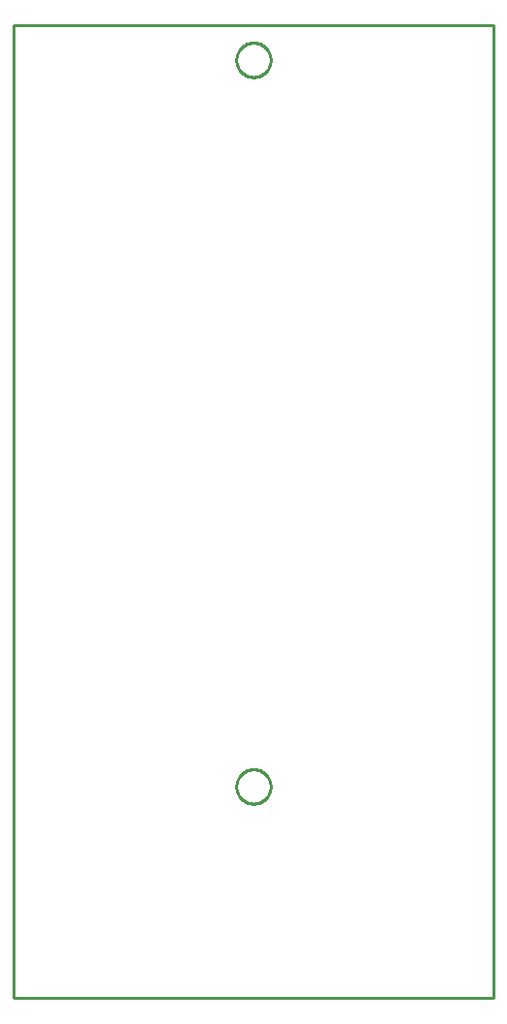
<source format=gbr>
G04 EAGLE Gerber RS-274X export*
G75*
%MOMM*%
%FSLAX34Y34*%
%LPD*%
%IN*%
%IPPOS*%
%AMOC8*
5,1,8,0,0,1.08239X$1,22.5*%
G01*
G04 Define Apertures*
%ADD10C,0.254000*%
D10*
X0Y0D02*
X420000Y0D01*
X420000Y850000D01*
X0Y850000D01*
X0Y0D01*
X225000Y819464D02*
X225000Y820536D01*
X224924Y821604D01*
X224771Y822665D01*
X224543Y823712D01*
X224241Y824740D01*
X223867Y825744D01*
X223422Y826719D01*
X222908Y827659D01*
X222329Y828560D01*
X221687Y829418D01*
X220985Y830228D01*
X220228Y830985D01*
X219418Y831687D01*
X218560Y832329D01*
X217659Y832908D01*
X216719Y833422D01*
X215744Y833867D01*
X214740Y834241D01*
X213712Y834543D01*
X212665Y834771D01*
X211604Y834924D01*
X210536Y835000D01*
X209464Y835000D01*
X208396Y834924D01*
X207335Y834771D01*
X206288Y834543D01*
X205260Y834241D01*
X204256Y833867D01*
X203281Y833422D01*
X202341Y832908D01*
X201440Y832329D01*
X200582Y831687D01*
X199772Y830985D01*
X199015Y830228D01*
X198313Y829418D01*
X197671Y828560D01*
X197092Y827659D01*
X196578Y826719D01*
X196133Y825744D01*
X195759Y824740D01*
X195457Y823712D01*
X195229Y822665D01*
X195076Y821604D01*
X195000Y820536D01*
X195000Y819464D01*
X195076Y818396D01*
X195229Y817335D01*
X195457Y816288D01*
X195759Y815260D01*
X196133Y814256D01*
X196578Y813281D01*
X197092Y812341D01*
X197671Y811440D01*
X198313Y810582D01*
X199015Y809772D01*
X199772Y809015D01*
X200582Y808313D01*
X201440Y807671D01*
X202341Y807092D01*
X203281Y806578D01*
X204256Y806133D01*
X205260Y805759D01*
X206288Y805457D01*
X207335Y805229D01*
X208396Y805076D01*
X209464Y805000D01*
X210536Y805000D01*
X211604Y805076D01*
X212665Y805229D01*
X213712Y805457D01*
X214740Y805759D01*
X215744Y806133D01*
X216719Y806578D01*
X217659Y807092D01*
X218560Y807671D01*
X219418Y808313D01*
X220228Y809015D01*
X220985Y809772D01*
X221687Y810582D01*
X222329Y811440D01*
X222908Y812341D01*
X223422Y813281D01*
X223867Y814256D01*
X224241Y815260D01*
X224543Y816288D01*
X224771Y817335D01*
X224924Y818396D01*
X225000Y819464D01*
X225000Y184464D02*
X225000Y185536D01*
X224924Y186604D01*
X224771Y187665D01*
X224543Y188712D01*
X224241Y189740D01*
X223867Y190744D01*
X223422Y191719D01*
X222908Y192659D01*
X222329Y193560D01*
X221687Y194418D01*
X220985Y195228D01*
X220228Y195985D01*
X219418Y196687D01*
X218560Y197329D01*
X217659Y197908D01*
X216719Y198422D01*
X215744Y198867D01*
X214740Y199241D01*
X213712Y199543D01*
X212665Y199771D01*
X211604Y199924D01*
X210536Y200000D01*
X209464Y200000D01*
X208396Y199924D01*
X207335Y199771D01*
X206288Y199543D01*
X205260Y199241D01*
X204256Y198867D01*
X203281Y198422D01*
X202341Y197908D01*
X201440Y197329D01*
X200582Y196687D01*
X199772Y195985D01*
X199015Y195228D01*
X198313Y194418D01*
X197671Y193560D01*
X197092Y192659D01*
X196578Y191719D01*
X196133Y190744D01*
X195759Y189740D01*
X195457Y188712D01*
X195229Y187665D01*
X195076Y186604D01*
X195000Y185536D01*
X195000Y184464D01*
X195076Y183396D01*
X195229Y182335D01*
X195457Y181288D01*
X195759Y180260D01*
X196133Y179256D01*
X196578Y178281D01*
X197092Y177341D01*
X197671Y176440D01*
X198313Y175582D01*
X199015Y174772D01*
X199772Y174015D01*
X200582Y173313D01*
X201440Y172671D01*
X202341Y172092D01*
X203281Y171578D01*
X204256Y171133D01*
X205260Y170759D01*
X206288Y170457D01*
X207335Y170229D01*
X208396Y170076D01*
X209464Y170000D01*
X210536Y170000D01*
X211604Y170076D01*
X212665Y170229D01*
X213712Y170457D01*
X214740Y170759D01*
X215744Y171133D01*
X216719Y171578D01*
X217659Y172092D01*
X218560Y172671D01*
X219418Y173313D01*
X220228Y174015D01*
X220985Y174772D01*
X221687Y175582D01*
X222329Y176440D01*
X222908Y177341D01*
X223422Y178281D01*
X223867Y179256D01*
X224241Y180260D01*
X224543Y181288D01*
X224771Y182335D01*
X224924Y183396D01*
X225000Y184464D01*
M02*

</source>
